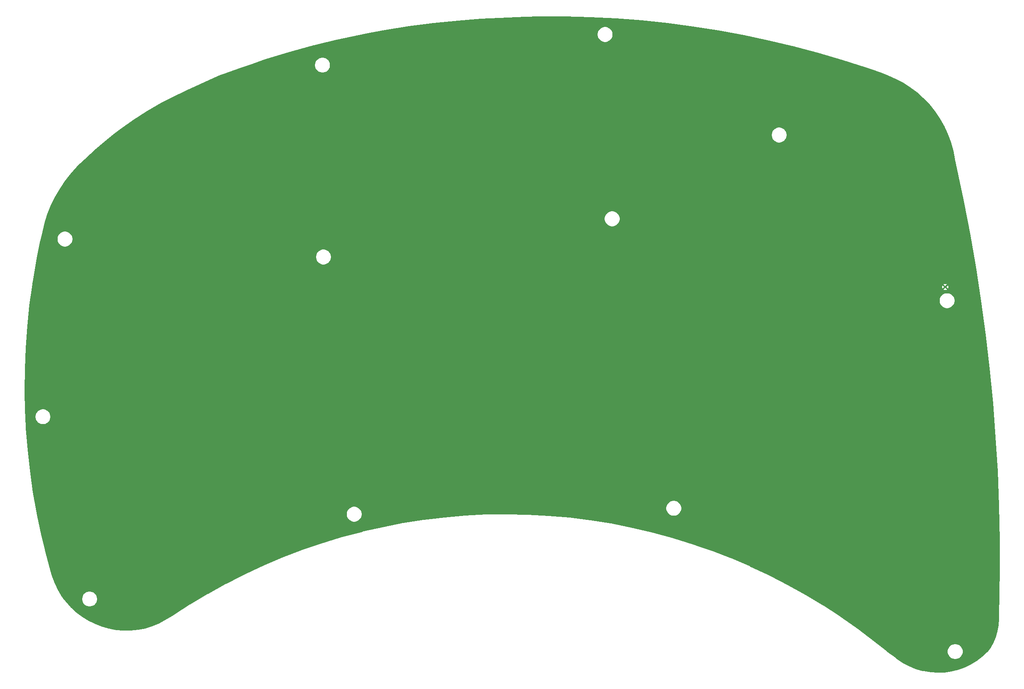
<source format=gtl>
G04 #@! TF.GenerationSoftware,KiCad,Pcbnew,(5.1.5)-3*
G04 #@! TF.CreationDate,2020-03-17T01:19:56+09:00*
G04 #@! TF.ProjectId,fan,66616e2e-6b69-4636-9164-5f7063625858,v1.0*
G04 #@! TF.SameCoordinates,Original*
G04 #@! TF.FileFunction,Copper,L1,Top*
G04 #@! TF.FilePolarity,Positive*
%FSLAX46Y46*%
G04 Gerber Fmt 4.6, Leading zero omitted, Abs format (unit mm)*
G04 Created by KiCad (PCBNEW (5.1.5)-3) date 2020-03-17 01:19:56*
%MOMM*%
%LPD*%
G04 APERTURE LIST*
%ADD10C,0.300000*%
%ADD11C,0.800000*%
%ADD12C,0.254000*%
G04 APERTURE END LIST*
D10*
X201000000Y-60500000D03*
D11*
X199500000Y-61500000D03*
X7000000Y-87500000D03*
X69000000Y-53500000D03*
X133500000Y-46000000D03*
X69500000Y-11000000D03*
X13000000Y-48500000D03*
X131000000Y-7000000D03*
X170000000Y-28000000D03*
X18000000Y-125500000D03*
X76500000Y-108000000D03*
X144500000Y-109000000D03*
X202000000Y-137000000D03*
D12*
G36*
X123944475Y-1987796D02*
G01*
X129529424Y-2274089D01*
X135104990Y-2706483D01*
X140667253Y-3284672D01*
X146212567Y-4008278D01*
X151736979Y-4876786D01*
X157236765Y-5889609D01*
X162708160Y-7046054D01*
X168147389Y-8345323D01*
X173550781Y-9786537D01*
X178914589Y-11368702D01*
X184237197Y-13091397D01*
X186745956Y-13957302D01*
X188429077Y-14590621D01*
X190153926Y-15344010D01*
X191804482Y-16228846D01*
X193378754Y-17243199D01*
X194866599Y-18380537D01*
X196258444Y-19633540D01*
X197545320Y-20994135D01*
X198718923Y-22453540D01*
X199771718Y-24002392D01*
X200696894Y-25630663D01*
X201488507Y-27327896D01*
X202141454Y-29083148D01*
X202651530Y-30885120D01*
X203017840Y-32734280D01*
X203024053Y-32774281D01*
X203025268Y-32785821D01*
X204835379Y-41574887D01*
X204836146Y-41578954D01*
X206259887Y-48886305D01*
X207542033Y-56213637D01*
X208683272Y-63564207D01*
X209683189Y-70935343D01*
X210541418Y-78324330D01*
X211257632Y-85728358D01*
X211831583Y-93144862D01*
X212263048Y-100570995D01*
X212551872Y-108004084D01*
X212697962Y-115442085D01*
X212714675Y-120805048D01*
X212614918Y-128245843D01*
X212546448Y-130839844D01*
X212546011Y-130843714D01*
X212519789Y-132679305D01*
X212455689Y-133992427D01*
X212246041Y-135259536D01*
X211892143Y-136494156D01*
X211398689Y-137679914D01*
X210769043Y-138806780D01*
X210312211Y-139468351D01*
X210102892Y-139701854D01*
X209005982Y-140723358D01*
X207814839Y-141626221D01*
X206538556Y-142404088D01*
X205190193Y-143049000D01*
X203783545Y-143554354D01*
X202333055Y-143914963D01*
X200853526Y-144127150D01*
X199360150Y-144188732D01*
X197868176Y-144099085D01*
X196380791Y-143857152D01*
X196058481Y-143783764D01*
X194612954Y-143357883D01*
X193229251Y-142792754D01*
X191909748Y-142090689D01*
X190658715Y-141252689D01*
X190312028Y-140985552D01*
X190303524Y-140978003D01*
X188346424Y-139557674D01*
X188321921Y-139537931D01*
X201406953Y-139537931D01*
X201406953Y-139882069D01*
X201474091Y-140219595D01*
X201605787Y-140537537D01*
X201796980Y-140823677D01*
X202040323Y-141067020D01*
X202326463Y-141258213D01*
X202644405Y-141389909D01*
X202981931Y-141457047D01*
X203326069Y-141457047D01*
X203663595Y-141389909D01*
X203981537Y-141258213D01*
X204267677Y-141067020D01*
X204511020Y-140823677D01*
X204702213Y-140537537D01*
X204833909Y-140219595D01*
X204901047Y-139882069D01*
X204901047Y-139537931D01*
X204833909Y-139200405D01*
X204702213Y-138882463D01*
X204511020Y-138596323D01*
X204267677Y-138352980D01*
X203981537Y-138161787D01*
X203663595Y-138030091D01*
X203326069Y-137962953D01*
X202981931Y-137962953D01*
X202644405Y-138030091D01*
X202326463Y-138161787D01*
X202040323Y-138352980D01*
X201796980Y-138596323D01*
X201605787Y-138882463D01*
X201474091Y-139200405D01*
X201406953Y-139537931D01*
X188321921Y-139537931D01*
X185722133Y-137443236D01*
X185714405Y-137437229D01*
X185706834Y-137431291D01*
X182108781Y-134709217D01*
X182108754Y-134709196D01*
X182090833Y-134696124D01*
X178399945Y-132101257D01*
X178397897Y-132099870D01*
X178381579Y-132088818D01*
X174602405Y-129624360D01*
X174602379Y-129624342D01*
X174583589Y-129612552D01*
X170720708Y-127281487D01*
X170720683Y-127281471D01*
X170709555Y-127275018D01*
X170701493Y-127270343D01*
X170701473Y-127270333D01*
X166759612Y-125075508D01*
X166759588Y-125075494D01*
X166749805Y-125070269D01*
X166740022Y-125065043D01*
X166739999Y-125065032D01*
X162723917Y-123009103D01*
X162703998Y-122999341D01*
X162703951Y-122999320D01*
X158618588Y-121084813D01*
X158598341Y-121075752D01*
X158598292Y-121075732D01*
X154448653Y-119304989D01*
X154448605Y-119304968D01*
X154428054Y-119296620D01*
X150219045Y-117671740D01*
X150198215Y-117664113D01*
X150198164Y-117664096D01*
X145935082Y-116187121D01*
X145935064Y-116187115D01*
X145913980Y-116180220D01*
X141601896Y-114852908D01*
X141601880Y-114852903D01*
X141580568Y-114846748D01*
X137224771Y-113670730D01*
X137203258Y-113665323D01*
X132809085Y-112642039D01*
X132809072Y-112642036D01*
X132787383Y-112637383D01*
X128360162Y-111768074D01*
X128338324Y-111764180D01*
X123883461Y-111049909D01*
X123880815Y-111049532D01*
X123861501Y-111046780D01*
X119384423Y-110488416D01*
X119381675Y-110488122D01*
X119362367Y-110486056D01*
X114868537Y-110084282D01*
X114868532Y-110084281D01*
X114846406Y-110082691D01*
X110341285Y-109837992D01*
X110319118Y-109837176D01*
X105808204Y-109749854D01*
X105808203Y-109749854D01*
X105786020Y-109749812D01*
X105786018Y-109749812D01*
X101274805Y-109819971D01*
X101252635Y-109820703D01*
X96746616Y-110048258D01*
X96724485Y-110049763D01*
X92229152Y-110434438D01*
X92207087Y-110436715D01*
X87727969Y-110978034D01*
X87727919Y-110978039D01*
X87708992Y-110980663D01*
X87705946Y-110981085D01*
X87705937Y-110981087D01*
X83248398Y-111678401D01*
X83226545Y-111682211D01*
X83226534Y-111682213D01*
X78796048Y-112534669D01*
X78774341Y-112539240D01*
X78774329Y-112539243D01*
X74376295Y-113545800D01*
X74354761Y-113551125D01*
X74354747Y-113551129D01*
X69994521Y-114710562D01*
X69973186Y-114716636D01*
X65656066Y-116027537D01*
X65634956Y-116034351D01*
X65634939Y-116034357D01*
X61366216Y-117495118D01*
X61345357Y-117502665D01*
X61345307Y-117502685D01*
X57130197Y-119111520D01*
X57109614Y-119119791D01*
X57109594Y-119119800D01*
X52953171Y-120874772D01*
X52932889Y-120883756D01*
X48840250Y-122782715D01*
X48840225Y-122782726D01*
X48820269Y-122792412D01*
X44796371Y-124833057D01*
X44776765Y-124843434D01*
X44776741Y-124843448D01*
X40826536Y-127023268D01*
X40819517Y-127027303D01*
X40807305Y-127034322D01*
X36935575Y-129350680D01*
X36935558Y-129350690D01*
X36928442Y-129355118D01*
X36916723Y-129362409D01*
X36916697Y-129362426D01*
X33141274Y-131804015D01*
X30220869Y-133522191D01*
X28762165Y-134111276D01*
X27238440Y-134565255D01*
X25678747Y-134873824D01*
X24096942Y-135034244D01*
X22507068Y-135045092D01*
X20923214Y-134906268D01*
X19359472Y-134619011D01*
X17829690Y-134185865D01*
X16347468Y-133610678D01*
X14925946Y-132898551D01*
X13577750Y-132055806D01*
X12314851Y-131089929D01*
X11148450Y-130009485D01*
X10088911Y-128824076D01*
X9566996Y-128115931D01*
X13399653Y-128115931D01*
X13399653Y-128460069D01*
X13466791Y-128797595D01*
X13598487Y-129115537D01*
X13789680Y-129401677D01*
X14033023Y-129645020D01*
X14319163Y-129836213D01*
X14637105Y-129967909D01*
X14974631Y-130035047D01*
X15318769Y-130035047D01*
X15656295Y-129967909D01*
X15974237Y-129836213D01*
X16260377Y-129645020D01*
X16503720Y-129401677D01*
X16694913Y-129115537D01*
X16826609Y-128797595D01*
X16893747Y-128460069D01*
X16893747Y-128115931D01*
X16826609Y-127778405D01*
X16694913Y-127460463D01*
X16503720Y-127174323D01*
X16260377Y-126930980D01*
X15974237Y-126739787D01*
X15656295Y-126608091D01*
X15318769Y-126540953D01*
X14974631Y-126540953D01*
X14637105Y-126608091D01*
X14319163Y-126739787D01*
X14033023Y-126930980D01*
X13789680Y-127174323D01*
X13598487Y-127460463D01*
X13466791Y-127778405D01*
X13399653Y-128115931D01*
X9566996Y-128115931D01*
X9145631Y-127544216D01*
X8326969Y-126181246D01*
X7640221Y-124747307D01*
X7089203Y-123248946D01*
X6839950Y-122378005D01*
X6839909Y-122377885D01*
X5778265Y-118585236D01*
X4698649Y-114096593D01*
X3785809Y-109697931D01*
X70881254Y-109697931D01*
X70881254Y-110042069D01*
X70948392Y-110379594D01*
X71080088Y-110697537D01*
X71271281Y-110983677D01*
X71514623Y-111227019D01*
X71800763Y-111418212D01*
X72118706Y-111549908D01*
X72456231Y-111617046D01*
X72800369Y-111617046D01*
X73137894Y-111549908D01*
X73455837Y-111418212D01*
X73741977Y-111227019D01*
X73985319Y-110983677D01*
X74176512Y-110697537D01*
X74308208Y-110379594D01*
X74375346Y-110042069D01*
X74375346Y-109697931D01*
X74308208Y-109360406D01*
X74176512Y-109042463D01*
X73985319Y-108756323D01*
X73741977Y-108512981D01*
X73569793Y-108397931D01*
X140280953Y-108397931D01*
X140280953Y-108742069D01*
X140348091Y-109079595D01*
X140479787Y-109397537D01*
X140670980Y-109683677D01*
X140914323Y-109927020D01*
X141200463Y-110118213D01*
X141518405Y-110249909D01*
X141855931Y-110317047D01*
X142200069Y-110317047D01*
X142537595Y-110249909D01*
X142855537Y-110118213D01*
X143141677Y-109927020D01*
X143385020Y-109683677D01*
X143576213Y-109397537D01*
X143707909Y-109079595D01*
X143775047Y-108742069D01*
X143775047Y-108397931D01*
X143707909Y-108060405D01*
X143576213Y-107742463D01*
X143385020Y-107456323D01*
X143141677Y-107212980D01*
X142855537Y-107021787D01*
X142537595Y-106890091D01*
X142200069Y-106822953D01*
X141855931Y-106822953D01*
X141518405Y-106890091D01*
X141200463Y-107021787D01*
X140914323Y-107212980D01*
X140670980Y-107456323D01*
X140479787Y-107742463D01*
X140348091Y-108060405D01*
X140280953Y-108397931D01*
X73569793Y-108397931D01*
X73455837Y-108321788D01*
X73137894Y-108190092D01*
X72800369Y-108122954D01*
X72456231Y-108122954D01*
X72118706Y-108190092D01*
X71800763Y-108321788D01*
X71514623Y-108512981D01*
X71271281Y-108756323D01*
X71080088Y-109042463D01*
X70948392Y-109360406D01*
X70881254Y-109697931D01*
X3785809Y-109697931D01*
X3760718Y-109577028D01*
X2965216Y-105030260D01*
X2312921Y-100460720D01*
X1804478Y-95872924D01*
X1440322Y-91270529D01*
X1300918Y-88512931D01*
X3254953Y-88512931D01*
X3254953Y-88857069D01*
X3322091Y-89194595D01*
X3453787Y-89512537D01*
X3644980Y-89798677D01*
X3888323Y-90042020D01*
X4174463Y-90233213D01*
X4492405Y-90364909D01*
X4829931Y-90432047D01*
X5174069Y-90432047D01*
X5511595Y-90364909D01*
X5829537Y-90233213D01*
X6115677Y-90042020D01*
X6359020Y-89798677D01*
X6550213Y-89512537D01*
X6681909Y-89194595D01*
X6749047Y-88857069D01*
X6749047Y-88512931D01*
X6681909Y-88175405D01*
X6550213Y-87857463D01*
X6359020Y-87571323D01*
X6115677Y-87327980D01*
X5829537Y-87136787D01*
X5511595Y-87005091D01*
X5174069Y-86937953D01*
X4829931Y-86937953D01*
X4492405Y-87005091D01*
X4174463Y-87136787D01*
X3888323Y-87327980D01*
X3644980Y-87571323D01*
X3453787Y-87857463D01*
X3322091Y-88175405D01*
X3254953Y-88512931D01*
X1300918Y-88512931D01*
X1251383Y-87533082D01*
X1149542Y-82917472D01*
X1192723Y-78301789D01*
X1380865Y-73689721D01*
X1713783Y-69085837D01*
X2191145Y-64494721D01*
X2351685Y-63312931D01*
X199654954Y-63312931D01*
X199654954Y-63657069D01*
X199722092Y-63994594D01*
X199853788Y-64312537D01*
X200044981Y-64598677D01*
X200288323Y-64842019D01*
X200574463Y-65033212D01*
X200892406Y-65164908D01*
X201229931Y-65232046D01*
X201574069Y-65232046D01*
X201911594Y-65164908D01*
X202229537Y-65033212D01*
X202515677Y-64842019D01*
X202759019Y-64598677D01*
X202950212Y-64312537D01*
X203081908Y-63994594D01*
X203149046Y-63657069D01*
X203149046Y-63312931D01*
X203081908Y-62975406D01*
X202950212Y-62657463D01*
X202759019Y-62371323D01*
X202515677Y-62127981D01*
X202229537Y-61936788D01*
X201911594Y-61805092D01*
X201574069Y-61737954D01*
X201229931Y-61737954D01*
X200892406Y-61805092D01*
X200574463Y-61936788D01*
X200288323Y-62127981D01*
X200044981Y-62371323D01*
X199853788Y-62657463D01*
X199722092Y-62975406D01*
X199654954Y-63312931D01*
X2351685Y-63312931D01*
X2645318Y-61151399D01*
X200555161Y-61151399D01*
X200690789Y-61225667D01*
X200838302Y-61272047D01*
X200992027Y-61288759D01*
X201146059Y-61275158D01*
X201294479Y-61231769D01*
X201431582Y-61160259D01*
X201444839Y-61151399D01*
X201428951Y-60961478D01*
X201000000Y-60532527D01*
X200571049Y-60961478D01*
X200555161Y-61151399D01*
X2645318Y-61151399D01*
X2734891Y-60492027D01*
X200211241Y-60492027D01*
X200224842Y-60646059D01*
X200268231Y-60794479D01*
X200339741Y-60931582D01*
X200348601Y-60944839D01*
X200538522Y-60928951D01*
X200967473Y-60500000D01*
X201032527Y-60500000D01*
X201461478Y-60928951D01*
X201651399Y-60944839D01*
X201725667Y-60809211D01*
X201772047Y-60661698D01*
X201788759Y-60507973D01*
X201775158Y-60353941D01*
X201731769Y-60205521D01*
X201660259Y-60068418D01*
X201651399Y-60055161D01*
X201461478Y-60071049D01*
X201032527Y-60500000D01*
X200967473Y-60500000D01*
X200538522Y-60071049D01*
X200348601Y-60055161D01*
X200274333Y-60190789D01*
X200227953Y-60338302D01*
X200211241Y-60492027D01*
X2734891Y-60492027D01*
X2812487Y-59920825D01*
X2824619Y-59848601D01*
X200555161Y-59848601D01*
X200571049Y-60038522D01*
X201000000Y-60467473D01*
X201428951Y-60038522D01*
X201444839Y-59848601D01*
X201309211Y-59774333D01*
X201161698Y-59727953D01*
X201007973Y-59711241D01*
X200853941Y-59724842D01*
X200705521Y-59768231D01*
X200568418Y-59839741D01*
X200555161Y-59848601D01*
X2824619Y-59848601D01*
X3577193Y-55368701D01*
X3886897Y-53823831D01*
X64205553Y-53823831D01*
X64205553Y-54167969D01*
X64272691Y-54505495D01*
X64404387Y-54823437D01*
X64595580Y-55109577D01*
X64838923Y-55352920D01*
X65125063Y-55544113D01*
X65443005Y-55675809D01*
X65780531Y-55742947D01*
X66124669Y-55742947D01*
X66462195Y-55675809D01*
X66780137Y-55544113D01*
X67066277Y-55352920D01*
X67309620Y-55109577D01*
X67500813Y-54823437D01*
X67632509Y-54505495D01*
X67699647Y-54167969D01*
X67699647Y-53823831D01*
X67632509Y-53486305D01*
X67500813Y-53168363D01*
X67309620Y-52882223D01*
X67066277Y-52638880D01*
X66780137Y-52447687D01*
X66462195Y-52315991D01*
X66124669Y-52248853D01*
X65780531Y-52248853D01*
X65443005Y-52315991D01*
X65125063Y-52447687D01*
X64838923Y-52638880D01*
X64595580Y-52882223D01*
X64404387Y-53168363D01*
X64272691Y-53486305D01*
X64205553Y-53823831D01*
X3886897Y-53823831D01*
X4484889Y-50840929D01*
X4695350Y-49912931D01*
X8054953Y-49912931D01*
X8054953Y-50257069D01*
X8122091Y-50594595D01*
X8253787Y-50912537D01*
X8444980Y-51198677D01*
X8688323Y-51442020D01*
X8974463Y-51633213D01*
X9292405Y-51764909D01*
X9629931Y-51832047D01*
X9974069Y-51832047D01*
X10311595Y-51764909D01*
X10629537Y-51633213D01*
X10915677Y-51442020D01*
X11159020Y-51198677D01*
X11350213Y-50912537D01*
X11481909Y-50594595D01*
X11549047Y-50257069D01*
X11549047Y-49912931D01*
X11481909Y-49575405D01*
X11350213Y-49257463D01*
X11159020Y-48971323D01*
X10915677Y-48727980D01*
X10629537Y-48536787D01*
X10311595Y-48405091D01*
X9974069Y-48337953D01*
X9629931Y-48337953D01*
X9292405Y-48405091D01*
X8974463Y-48536787D01*
X8688323Y-48727980D01*
X8444980Y-48971323D01*
X8253787Y-49257463D01*
X8122091Y-49575405D01*
X8054953Y-49912931D01*
X4695350Y-49912931D01*
X5099842Y-48129389D01*
X5475182Y-46646450D01*
X5825763Y-45523831D01*
X126905952Y-45523831D01*
X126905952Y-45867969D01*
X126973090Y-46205495D01*
X127104786Y-46523437D01*
X127295979Y-46809577D01*
X127539322Y-47052920D01*
X127825462Y-47244113D01*
X128143404Y-47375809D01*
X128480930Y-47442947D01*
X128825068Y-47442947D01*
X129162594Y-47375809D01*
X129480536Y-47244113D01*
X129766676Y-47052920D01*
X130010019Y-46809577D01*
X130201212Y-46523437D01*
X130332908Y-46205495D01*
X130400046Y-45867969D01*
X130400046Y-45523831D01*
X130332908Y-45186305D01*
X130201212Y-44868363D01*
X130010019Y-44582223D01*
X129766676Y-44338880D01*
X129480536Y-44147687D01*
X129162594Y-44015991D01*
X128825068Y-43948853D01*
X128480930Y-43948853D01*
X128143404Y-44015991D01*
X127825462Y-44147687D01*
X127539322Y-44338880D01*
X127295979Y-44582223D01*
X127104786Y-44868363D01*
X126973090Y-45186305D01*
X126905952Y-45523831D01*
X5825763Y-45523831D01*
X6080871Y-44706938D01*
X6826874Y-42817262D01*
X7709267Y-40987301D01*
X8723309Y-39226887D01*
X9863566Y-37545455D01*
X11123908Y-35952044D01*
X12502060Y-34450319D01*
X13122895Y-33841142D01*
X13979641Y-33025317D01*
X13980532Y-33024540D01*
X13985423Y-33020028D01*
X16534345Y-30643618D01*
X19177468Y-28394622D01*
X20567119Y-27316931D01*
X163181953Y-27316931D01*
X163181953Y-27661069D01*
X163249091Y-27998595D01*
X163380787Y-28316537D01*
X163571980Y-28602677D01*
X163815323Y-28846020D01*
X164101463Y-29037213D01*
X164419405Y-29168909D01*
X164756931Y-29236047D01*
X165101069Y-29236047D01*
X165438595Y-29168909D01*
X165756537Y-29037213D01*
X166042677Y-28846020D01*
X166286020Y-28602677D01*
X166477213Y-28316537D01*
X166608909Y-27998595D01*
X166676047Y-27661069D01*
X166676047Y-27316931D01*
X166608909Y-26979405D01*
X166477213Y-26661463D01*
X166286020Y-26375323D01*
X166042677Y-26131980D01*
X165756537Y-25940787D01*
X165438595Y-25809091D01*
X165101069Y-25741953D01*
X164756931Y-25741953D01*
X164419405Y-25809091D01*
X164101463Y-25940787D01*
X163815323Y-26131980D01*
X163571980Y-26375323D01*
X163380787Y-26661463D01*
X163249091Y-26979405D01*
X163181953Y-27316931D01*
X20567119Y-27316931D01*
X21919871Y-26267857D01*
X24755949Y-24267670D01*
X27679827Y-22398202D01*
X30685508Y-20663293D01*
X33767936Y-19065923D01*
X36349973Y-17860226D01*
X36350461Y-17859985D01*
X43222680Y-14732687D01*
X48225220Y-12891020D01*
X50492144Y-12127631D01*
X63978653Y-12127631D01*
X63978653Y-12471769D01*
X64045791Y-12809295D01*
X64177487Y-13127237D01*
X64368680Y-13413377D01*
X64612023Y-13656720D01*
X64898163Y-13847913D01*
X65216105Y-13979609D01*
X65553631Y-14046747D01*
X65897769Y-14046747D01*
X66235295Y-13979609D01*
X66553237Y-13847913D01*
X66839377Y-13656720D01*
X67082720Y-13413377D01*
X67273913Y-13127237D01*
X67405609Y-12809295D01*
X67472747Y-12471769D01*
X67472747Y-12127631D01*
X67405609Y-11790105D01*
X67273913Y-11472163D01*
X67082720Y-11186023D01*
X66839377Y-10942680D01*
X66553237Y-10751487D01*
X66235295Y-10619791D01*
X65897769Y-10552653D01*
X65553631Y-10552653D01*
X65216105Y-10619791D01*
X64898163Y-10751487D01*
X64612023Y-10942680D01*
X64368680Y-11186023D01*
X64177487Y-11472163D01*
X64045791Y-11790105D01*
X63978653Y-12127631D01*
X50492144Y-12127631D01*
X53299338Y-11182306D01*
X58419183Y-9615938D01*
X63580724Y-8193147D01*
X68780051Y-6915011D01*
X74012996Y-5782556D01*
X75660689Y-5473871D01*
X125355953Y-5473871D01*
X125355953Y-5818009D01*
X125423091Y-6155535D01*
X125554787Y-6473477D01*
X125745980Y-6759617D01*
X125989323Y-7002960D01*
X126275463Y-7194153D01*
X126593405Y-7325849D01*
X126930931Y-7392987D01*
X127275069Y-7392987D01*
X127612595Y-7325849D01*
X127930537Y-7194153D01*
X128216677Y-7002960D01*
X128460020Y-6759617D01*
X128651213Y-6473477D01*
X128782909Y-6155535D01*
X128850047Y-5818009D01*
X128850047Y-5473871D01*
X128782909Y-5136345D01*
X128651213Y-4818403D01*
X128460020Y-4532263D01*
X128216677Y-4288920D01*
X127930537Y-4097727D01*
X127612595Y-3966031D01*
X127275069Y-3898893D01*
X126930931Y-3898893D01*
X126593405Y-3966031D01*
X126275463Y-4097727D01*
X125989323Y-4288920D01*
X125745980Y-4532263D01*
X125554787Y-4818403D01*
X125423091Y-5136345D01*
X125355953Y-5473871D01*
X75660689Y-5473871D01*
X79275528Y-4796654D01*
X84563561Y-3958071D01*
X89872910Y-3267470D01*
X95199794Y-2725352D01*
X100107389Y-2358803D01*
X104114110Y-2152588D01*
X109706658Y-1919560D01*
X112761034Y-1854192D01*
X118353964Y-1847798D01*
X123944475Y-1987796D01*
G37*
X123944475Y-1987796D02*
X129529424Y-2274089D01*
X135104990Y-2706483D01*
X140667253Y-3284672D01*
X146212567Y-4008278D01*
X151736979Y-4876786D01*
X157236765Y-5889609D01*
X162708160Y-7046054D01*
X168147389Y-8345323D01*
X173550781Y-9786537D01*
X178914589Y-11368702D01*
X184237197Y-13091397D01*
X186745956Y-13957302D01*
X188429077Y-14590621D01*
X190153926Y-15344010D01*
X191804482Y-16228846D01*
X193378754Y-17243199D01*
X194866599Y-18380537D01*
X196258444Y-19633540D01*
X197545320Y-20994135D01*
X198718923Y-22453540D01*
X199771718Y-24002392D01*
X200696894Y-25630663D01*
X201488507Y-27327896D01*
X202141454Y-29083148D01*
X202651530Y-30885120D01*
X203017840Y-32734280D01*
X203024053Y-32774281D01*
X203025268Y-32785821D01*
X204835379Y-41574887D01*
X204836146Y-41578954D01*
X206259887Y-48886305D01*
X207542033Y-56213637D01*
X208683272Y-63564207D01*
X209683189Y-70935343D01*
X210541418Y-78324330D01*
X211257632Y-85728358D01*
X211831583Y-93144862D01*
X212263048Y-100570995D01*
X212551872Y-108004084D01*
X212697962Y-115442085D01*
X212714675Y-120805048D01*
X212614918Y-128245843D01*
X212546448Y-130839844D01*
X212546011Y-130843714D01*
X212519789Y-132679305D01*
X212455689Y-133992427D01*
X212246041Y-135259536D01*
X211892143Y-136494156D01*
X211398689Y-137679914D01*
X210769043Y-138806780D01*
X210312211Y-139468351D01*
X210102892Y-139701854D01*
X209005982Y-140723358D01*
X207814839Y-141626221D01*
X206538556Y-142404088D01*
X205190193Y-143049000D01*
X203783545Y-143554354D01*
X202333055Y-143914963D01*
X200853526Y-144127150D01*
X199360150Y-144188732D01*
X197868176Y-144099085D01*
X196380791Y-143857152D01*
X196058481Y-143783764D01*
X194612954Y-143357883D01*
X193229251Y-142792754D01*
X191909748Y-142090689D01*
X190658715Y-141252689D01*
X190312028Y-140985552D01*
X190303524Y-140978003D01*
X188346424Y-139557674D01*
X188321921Y-139537931D01*
X201406953Y-139537931D01*
X201406953Y-139882069D01*
X201474091Y-140219595D01*
X201605787Y-140537537D01*
X201796980Y-140823677D01*
X202040323Y-141067020D01*
X202326463Y-141258213D01*
X202644405Y-141389909D01*
X202981931Y-141457047D01*
X203326069Y-141457047D01*
X203663595Y-141389909D01*
X203981537Y-141258213D01*
X204267677Y-141067020D01*
X204511020Y-140823677D01*
X204702213Y-140537537D01*
X204833909Y-140219595D01*
X204901047Y-139882069D01*
X204901047Y-139537931D01*
X204833909Y-139200405D01*
X204702213Y-138882463D01*
X204511020Y-138596323D01*
X204267677Y-138352980D01*
X203981537Y-138161787D01*
X203663595Y-138030091D01*
X203326069Y-137962953D01*
X202981931Y-137962953D01*
X202644405Y-138030091D01*
X202326463Y-138161787D01*
X202040323Y-138352980D01*
X201796980Y-138596323D01*
X201605787Y-138882463D01*
X201474091Y-139200405D01*
X201406953Y-139537931D01*
X188321921Y-139537931D01*
X185722133Y-137443236D01*
X185714405Y-137437229D01*
X185706834Y-137431291D01*
X182108781Y-134709217D01*
X182108754Y-134709196D01*
X182090833Y-134696124D01*
X178399945Y-132101257D01*
X178397897Y-132099870D01*
X178381579Y-132088818D01*
X174602405Y-129624360D01*
X174602379Y-129624342D01*
X174583589Y-129612552D01*
X170720708Y-127281487D01*
X170720683Y-127281471D01*
X170709555Y-127275018D01*
X170701493Y-127270343D01*
X170701473Y-127270333D01*
X166759612Y-125075508D01*
X166759588Y-125075494D01*
X166749805Y-125070269D01*
X166740022Y-125065043D01*
X166739999Y-125065032D01*
X162723917Y-123009103D01*
X162703998Y-122999341D01*
X162703951Y-122999320D01*
X158618588Y-121084813D01*
X158598341Y-121075752D01*
X158598292Y-121075732D01*
X154448653Y-119304989D01*
X154448605Y-119304968D01*
X154428054Y-119296620D01*
X150219045Y-117671740D01*
X150198215Y-117664113D01*
X150198164Y-117664096D01*
X145935082Y-116187121D01*
X145935064Y-116187115D01*
X145913980Y-116180220D01*
X141601896Y-114852908D01*
X141601880Y-114852903D01*
X141580568Y-114846748D01*
X137224771Y-113670730D01*
X137203258Y-113665323D01*
X132809085Y-112642039D01*
X132809072Y-112642036D01*
X132787383Y-112637383D01*
X128360162Y-111768074D01*
X128338324Y-111764180D01*
X123883461Y-111049909D01*
X123880815Y-111049532D01*
X123861501Y-111046780D01*
X119384423Y-110488416D01*
X119381675Y-110488122D01*
X119362367Y-110486056D01*
X114868537Y-110084282D01*
X114868532Y-110084281D01*
X114846406Y-110082691D01*
X110341285Y-109837992D01*
X110319118Y-109837176D01*
X105808204Y-109749854D01*
X105808203Y-109749854D01*
X105786020Y-109749812D01*
X105786018Y-109749812D01*
X101274805Y-109819971D01*
X101252635Y-109820703D01*
X96746616Y-110048258D01*
X96724485Y-110049763D01*
X92229152Y-110434438D01*
X92207087Y-110436715D01*
X87727969Y-110978034D01*
X87727919Y-110978039D01*
X87708992Y-110980663D01*
X87705946Y-110981085D01*
X87705937Y-110981087D01*
X83248398Y-111678401D01*
X83226545Y-111682211D01*
X83226534Y-111682213D01*
X78796048Y-112534669D01*
X78774341Y-112539240D01*
X78774329Y-112539243D01*
X74376295Y-113545800D01*
X74354761Y-113551125D01*
X74354747Y-113551129D01*
X69994521Y-114710562D01*
X69973186Y-114716636D01*
X65656066Y-116027537D01*
X65634956Y-116034351D01*
X65634939Y-116034357D01*
X61366216Y-117495118D01*
X61345357Y-117502665D01*
X61345307Y-117502685D01*
X57130197Y-119111520D01*
X57109614Y-119119791D01*
X57109594Y-119119800D01*
X52953171Y-120874772D01*
X52932889Y-120883756D01*
X48840250Y-122782715D01*
X48840225Y-122782726D01*
X48820269Y-122792412D01*
X44796371Y-124833057D01*
X44776765Y-124843434D01*
X44776741Y-124843448D01*
X40826536Y-127023268D01*
X40819517Y-127027303D01*
X40807305Y-127034322D01*
X36935575Y-129350680D01*
X36935558Y-129350690D01*
X36928442Y-129355118D01*
X36916723Y-129362409D01*
X36916697Y-129362426D01*
X33141274Y-131804015D01*
X30220869Y-133522191D01*
X28762165Y-134111276D01*
X27238440Y-134565255D01*
X25678747Y-134873824D01*
X24096942Y-135034244D01*
X22507068Y-135045092D01*
X20923214Y-134906268D01*
X19359472Y-134619011D01*
X17829690Y-134185865D01*
X16347468Y-133610678D01*
X14925946Y-132898551D01*
X13577750Y-132055806D01*
X12314851Y-131089929D01*
X11148450Y-130009485D01*
X10088911Y-128824076D01*
X9566996Y-128115931D01*
X13399653Y-128115931D01*
X13399653Y-128460069D01*
X13466791Y-128797595D01*
X13598487Y-129115537D01*
X13789680Y-129401677D01*
X14033023Y-129645020D01*
X14319163Y-129836213D01*
X14637105Y-129967909D01*
X14974631Y-130035047D01*
X15318769Y-130035047D01*
X15656295Y-129967909D01*
X15974237Y-129836213D01*
X16260377Y-129645020D01*
X16503720Y-129401677D01*
X16694913Y-129115537D01*
X16826609Y-128797595D01*
X16893747Y-128460069D01*
X16893747Y-128115931D01*
X16826609Y-127778405D01*
X16694913Y-127460463D01*
X16503720Y-127174323D01*
X16260377Y-126930980D01*
X15974237Y-126739787D01*
X15656295Y-126608091D01*
X15318769Y-126540953D01*
X14974631Y-126540953D01*
X14637105Y-126608091D01*
X14319163Y-126739787D01*
X14033023Y-126930980D01*
X13789680Y-127174323D01*
X13598487Y-127460463D01*
X13466791Y-127778405D01*
X13399653Y-128115931D01*
X9566996Y-128115931D01*
X9145631Y-127544216D01*
X8326969Y-126181246D01*
X7640221Y-124747307D01*
X7089203Y-123248946D01*
X6839950Y-122378005D01*
X6839909Y-122377885D01*
X5778265Y-118585236D01*
X4698649Y-114096593D01*
X3785809Y-109697931D01*
X70881254Y-109697931D01*
X70881254Y-110042069D01*
X70948392Y-110379594D01*
X71080088Y-110697537D01*
X71271281Y-110983677D01*
X71514623Y-111227019D01*
X71800763Y-111418212D01*
X72118706Y-111549908D01*
X72456231Y-111617046D01*
X72800369Y-111617046D01*
X73137894Y-111549908D01*
X73455837Y-111418212D01*
X73741977Y-111227019D01*
X73985319Y-110983677D01*
X74176512Y-110697537D01*
X74308208Y-110379594D01*
X74375346Y-110042069D01*
X74375346Y-109697931D01*
X74308208Y-109360406D01*
X74176512Y-109042463D01*
X73985319Y-108756323D01*
X73741977Y-108512981D01*
X73569793Y-108397931D01*
X140280953Y-108397931D01*
X140280953Y-108742069D01*
X140348091Y-109079595D01*
X140479787Y-109397537D01*
X140670980Y-109683677D01*
X140914323Y-109927020D01*
X141200463Y-110118213D01*
X141518405Y-110249909D01*
X141855931Y-110317047D01*
X142200069Y-110317047D01*
X142537595Y-110249909D01*
X142855537Y-110118213D01*
X143141677Y-109927020D01*
X143385020Y-109683677D01*
X143576213Y-109397537D01*
X143707909Y-109079595D01*
X143775047Y-108742069D01*
X143775047Y-108397931D01*
X143707909Y-108060405D01*
X143576213Y-107742463D01*
X143385020Y-107456323D01*
X143141677Y-107212980D01*
X142855537Y-107021787D01*
X142537595Y-106890091D01*
X142200069Y-106822953D01*
X141855931Y-106822953D01*
X141518405Y-106890091D01*
X141200463Y-107021787D01*
X140914323Y-107212980D01*
X140670980Y-107456323D01*
X140479787Y-107742463D01*
X140348091Y-108060405D01*
X140280953Y-108397931D01*
X73569793Y-108397931D01*
X73455837Y-108321788D01*
X73137894Y-108190092D01*
X72800369Y-108122954D01*
X72456231Y-108122954D01*
X72118706Y-108190092D01*
X71800763Y-108321788D01*
X71514623Y-108512981D01*
X71271281Y-108756323D01*
X71080088Y-109042463D01*
X70948392Y-109360406D01*
X70881254Y-109697931D01*
X3785809Y-109697931D01*
X3760718Y-109577028D01*
X2965216Y-105030260D01*
X2312921Y-100460720D01*
X1804478Y-95872924D01*
X1440322Y-91270529D01*
X1300918Y-88512931D01*
X3254953Y-88512931D01*
X3254953Y-88857069D01*
X3322091Y-89194595D01*
X3453787Y-89512537D01*
X3644980Y-89798677D01*
X3888323Y-90042020D01*
X4174463Y-90233213D01*
X4492405Y-90364909D01*
X4829931Y-90432047D01*
X5174069Y-90432047D01*
X5511595Y-90364909D01*
X5829537Y-90233213D01*
X6115677Y-90042020D01*
X6359020Y-89798677D01*
X6550213Y-89512537D01*
X6681909Y-89194595D01*
X6749047Y-88857069D01*
X6749047Y-88512931D01*
X6681909Y-88175405D01*
X6550213Y-87857463D01*
X6359020Y-87571323D01*
X6115677Y-87327980D01*
X5829537Y-87136787D01*
X5511595Y-87005091D01*
X5174069Y-86937953D01*
X4829931Y-86937953D01*
X4492405Y-87005091D01*
X4174463Y-87136787D01*
X3888323Y-87327980D01*
X3644980Y-87571323D01*
X3453787Y-87857463D01*
X3322091Y-88175405D01*
X3254953Y-88512931D01*
X1300918Y-88512931D01*
X1251383Y-87533082D01*
X1149542Y-82917472D01*
X1192723Y-78301789D01*
X1380865Y-73689721D01*
X1713783Y-69085837D01*
X2191145Y-64494721D01*
X2351685Y-63312931D01*
X199654954Y-63312931D01*
X199654954Y-63657069D01*
X199722092Y-63994594D01*
X199853788Y-64312537D01*
X200044981Y-64598677D01*
X200288323Y-64842019D01*
X200574463Y-65033212D01*
X200892406Y-65164908D01*
X201229931Y-65232046D01*
X201574069Y-65232046D01*
X201911594Y-65164908D01*
X202229537Y-65033212D01*
X202515677Y-64842019D01*
X202759019Y-64598677D01*
X202950212Y-64312537D01*
X203081908Y-63994594D01*
X203149046Y-63657069D01*
X203149046Y-63312931D01*
X203081908Y-62975406D01*
X202950212Y-62657463D01*
X202759019Y-62371323D01*
X202515677Y-62127981D01*
X202229537Y-61936788D01*
X201911594Y-61805092D01*
X201574069Y-61737954D01*
X201229931Y-61737954D01*
X200892406Y-61805092D01*
X200574463Y-61936788D01*
X200288323Y-62127981D01*
X200044981Y-62371323D01*
X199853788Y-62657463D01*
X199722092Y-62975406D01*
X199654954Y-63312931D01*
X2351685Y-63312931D01*
X2645318Y-61151399D01*
X200555161Y-61151399D01*
X200690789Y-61225667D01*
X200838302Y-61272047D01*
X200992027Y-61288759D01*
X201146059Y-61275158D01*
X201294479Y-61231769D01*
X201431582Y-61160259D01*
X201444839Y-61151399D01*
X201428951Y-60961478D01*
X201000000Y-60532527D01*
X200571049Y-60961478D01*
X200555161Y-61151399D01*
X2645318Y-61151399D01*
X2734891Y-60492027D01*
X200211241Y-60492027D01*
X200224842Y-60646059D01*
X200268231Y-60794479D01*
X200339741Y-60931582D01*
X200348601Y-60944839D01*
X200538522Y-60928951D01*
X200967473Y-60500000D01*
X201032527Y-60500000D01*
X201461478Y-60928951D01*
X201651399Y-60944839D01*
X201725667Y-60809211D01*
X201772047Y-60661698D01*
X201788759Y-60507973D01*
X201775158Y-60353941D01*
X201731769Y-60205521D01*
X201660259Y-60068418D01*
X201651399Y-60055161D01*
X201461478Y-60071049D01*
X201032527Y-60500000D01*
X200967473Y-60500000D01*
X200538522Y-60071049D01*
X200348601Y-60055161D01*
X200274333Y-60190789D01*
X200227953Y-60338302D01*
X200211241Y-60492027D01*
X2734891Y-60492027D01*
X2812487Y-59920825D01*
X2824619Y-59848601D01*
X200555161Y-59848601D01*
X200571049Y-60038522D01*
X201000000Y-60467473D01*
X201428951Y-60038522D01*
X201444839Y-59848601D01*
X201309211Y-59774333D01*
X201161698Y-59727953D01*
X201007973Y-59711241D01*
X200853941Y-59724842D01*
X200705521Y-59768231D01*
X200568418Y-59839741D01*
X200555161Y-59848601D01*
X2824619Y-59848601D01*
X3577193Y-55368701D01*
X3886897Y-53823831D01*
X64205553Y-53823831D01*
X64205553Y-54167969D01*
X64272691Y-54505495D01*
X64404387Y-54823437D01*
X64595580Y-55109577D01*
X64838923Y-55352920D01*
X65125063Y-55544113D01*
X65443005Y-55675809D01*
X65780531Y-55742947D01*
X66124669Y-55742947D01*
X66462195Y-55675809D01*
X66780137Y-55544113D01*
X67066277Y-55352920D01*
X67309620Y-55109577D01*
X67500813Y-54823437D01*
X67632509Y-54505495D01*
X67699647Y-54167969D01*
X67699647Y-53823831D01*
X67632509Y-53486305D01*
X67500813Y-53168363D01*
X67309620Y-52882223D01*
X67066277Y-52638880D01*
X66780137Y-52447687D01*
X66462195Y-52315991D01*
X66124669Y-52248853D01*
X65780531Y-52248853D01*
X65443005Y-52315991D01*
X65125063Y-52447687D01*
X64838923Y-52638880D01*
X64595580Y-52882223D01*
X64404387Y-53168363D01*
X64272691Y-53486305D01*
X64205553Y-53823831D01*
X3886897Y-53823831D01*
X4484889Y-50840929D01*
X4695350Y-49912931D01*
X8054953Y-49912931D01*
X8054953Y-50257069D01*
X8122091Y-50594595D01*
X8253787Y-50912537D01*
X8444980Y-51198677D01*
X8688323Y-51442020D01*
X8974463Y-51633213D01*
X9292405Y-51764909D01*
X9629931Y-51832047D01*
X9974069Y-51832047D01*
X10311595Y-51764909D01*
X10629537Y-51633213D01*
X10915677Y-51442020D01*
X11159020Y-51198677D01*
X11350213Y-50912537D01*
X11481909Y-50594595D01*
X11549047Y-50257069D01*
X11549047Y-49912931D01*
X11481909Y-49575405D01*
X11350213Y-49257463D01*
X11159020Y-48971323D01*
X10915677Y-48727980D01*
X10629537Y-48536787D01*
X10311595Y-48405091D01*
X9974069Y-48337953D01*
X9629931Y-48337953D01*
X9292405Y-48405091D01*
X8974463Y-48536787D01*
X8688323Y-48727980D01*
X8444980Y-48971323D01*
X8253787Y-49257463D01*
X8122091Y-49575405D01*
X8054953Y-49912931D01*
X4695350Y-49912931D01*
X5099842Y-48129389D01*
X5475182Y-46646450D01*
X5825763Y-45523831D01*
X126905952Y-45523831D01*
X126905952Y-45867969D01*
X126973090Y-46205495D01*
X127104786Y-46523437D01*
X127295979Y-46809577D01*
X127539322Y-47052920D01*
X127825462Y-47244113D01*
X128143404Y-47375809D01*
X128480930Y-47442947D01*
X128825068Y-47442947D01*
X129162594Y-47375809D01*
X129480536Y-47244113D01*
X129766676Y-47052920D01*
X130010019Y-46809577D01*
X130201212Y-46523437D01*
X130332908Y-46205495D01*
X130400046Y-45867969D01*
X130400046Y-45523831D01*
X130332908Y-45186305D01*
X130201212Y-44868363D01*
X130010019Y-44582223D01*
X129766676Y-44338880D01*
X129480536Y-44147687D01*
X129162594Y-44015991D01*
X128825068Y-43948853D01*
X128480930Y-43948853D01*
X128143404Y-44015991D01*
X127825462Y-44147687D01*
X127539322Y-44338880D01*
X127295979Y-44582223D01*
X127104786Y-44868363D01*
X126973090Y-45186305D01*
X126905952Y-45523831D01*
X5825763Y-45523831D01*
X6080871Y-44706938D01*
X6826874Y-42817262D01*
X7709267Y-40987301D01*
X8723309Y-39226887D01*
X9863566Y-37545455D01*
X11123908Y-35952044D01*
X12502060Y-34450319D01*
X13122895Y-33841142D01*
X13979641Y-33025317D01*
X13980532Y-33024540D01*
X13985423Y-33020028D01*
X16534345Y-30643618D01*
X19177468Y-28394622D01*
X20567119Y-27316931D01*
X163181953Y-27316931D01*
X163181953Y-27661069D01*
X163249091Y-27998595D01*
X163380787Y-28316537D01*
X163571980Y-28602677D01*
X163815323Y-28846020D01*
X164101463Y-29037213D01*
X164419405Y-29168909D01*
X164756931Y-29236047D01*
X165101069Y-29236047D01*
X165438595Y-29168909D01*
X165756537Y-29037213D01*
X166042677Y-28846020D01*
X166286020Y-28602677D01*
X166477213Y-28316537D01*
X166608909Y-27998595D01*
X166676047Y-27661069D01*
X166676047Y-27316931D01*
X166608909Y-26979405D01*
X166477213Y-26661463D01*
X166286020Y-26375323D01*
X166042677Y-26131980D01*
X165756537Y-25940787D01*
X165438595Y-25809091D01*
X165101069Y-25741953D01*
X164756931Y-25741953D01*
X164419405Y-25809091D01*
X164101463Y-25940787D01*
X163815323Y-26131980D01*
X163571980Y-26375323D01*
X163380787Y-26661463D01*
X163249091Y-26979405D01*
X163181953Y-27316931D01*
X20567119Y-27316931D01*
X21919871Y-26267857D01*
X24755949Y-24267670D01*
X27679827Y-22398202D01*
X30685508Y-20663293D01*
X33767936Y-19065923D01*
X36349973Y-17860226D01*
X36350461Y-17859985D01*
X43222680Y-14732687D01*
X48225220Y-12891020D01*
X50492144Y-12127631D01*
X63978653Y-12127631D01*
X63978653Y-12471769D01*
X64045791Y-12809295D01*
X64177487Y-13127237D01*
X64368680Y-13413377D01*
X64612023Y-13656720D01*
X64898163Y-13847913D01*
X65216105Y-13979609D01*
X65553631Y-14046747D01*
X65897769Y-14046747D01*
X66235295Y-13979609D01*
X66553237Y-13847913D01*
X66839377Y-13656720D01*
X67082720Y-13413377D01*
X67273913Y-13127237D01*
X67405609Y-12809295D01*
X67472747Y-12471769D01*
X67472747Y-12127631D01*
X67405609Y-11790105D01*
X67273913Y-11472163D01*
X67082720Y-11186023D01*
X66839377Y-10942680D01*
X66553237Y-10751487D01*
X66235295Y-10619791D01*
X65897769Y-10552653D01*
X65553631Y-10552653D01*
X65216105Y-10619791D01*
X64898163Y-10751487D01*
X64612023Y-10942680D01*
X64368680Y-11186023D01*
X64177487Y-11472163D01*
X64045791Y-11790105D01*
X63978653Y-12127631D01*
X50492144Y-12127631D01*
X53299338Y-11182306D01*
X58419183Y-9615938D01*
X63580724Y-8193147D01*
X68780051Y-6915011D01*
X74012996Y-5782556D01*
X75660689Y-5473871D01*
X125355953Y-5473871D01*
X125355953Y-5818009D01*
X125423091Y-6155535D01*
X125554787Y-6473477D01*
X125745980Y-6759617D01*
X125989323Y-7002960D01*
X126275463Y-7194153D01*
X126593405Y-7325849D01*
X126930931Y-7392987D01*
X127275069Y-7392987D01*
X127612595Y-7325849D01*
X127930537Y-7194153D01*
X128216677Y-7002960D01*
X128460020Y-6759617D01*
X128651213Y-6473477D01*
X128782909Y-6155535D01*
X128850047Y-5818009D01*
X128850047Y-5473871D01*
X128782909Y-5136345D01*
X128651213Y-4818403D01*
X128460020Y-4532263D01*
X128216677Y-4288920D01*
X127930537Y-4097727D01*
X127612595Y-3966031D01*
X127275069Y-3898893D01*
X126930931Y-3898893D01*
X126593405Y-3966031D01*
X126275463Y-4097727D01*
X125989323Y-4288920D01*
X125745980Y-4532263D01*
X125554787Y-4818403D01*
X125423091Y-5136345D01*
X125355953Y-5473871D01*
X75660689Y-5473871D01*
X79275528Y-4796654D01*
X84563561Y-3958071D01*
X89872910Y-3267470D01*
X95199794Y-2725352D01*
X100107389Y-2358803D01*
X104114110Y-2152588D01*
X109706658Y-1919560D01*
X112761034Y-1854192D01*
X118353964Y-1847798D01*
X123944475Y-1987796D01*
M02*

</source>
